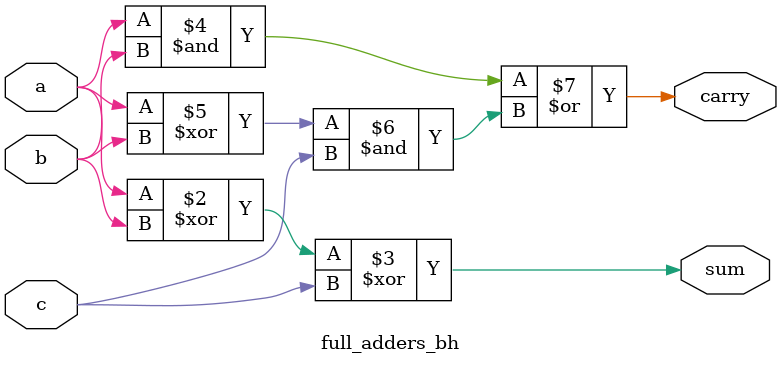
<source format=v>
module full_adders_bh(
    input a,
    input b,
    input c,
    output reg sum,
    output reg carry
);

always @(*) begin
    sum = a ^ b ^c;
    carry = (a & b) | ((a ^ b) & c);
end

endmodule
</source>
